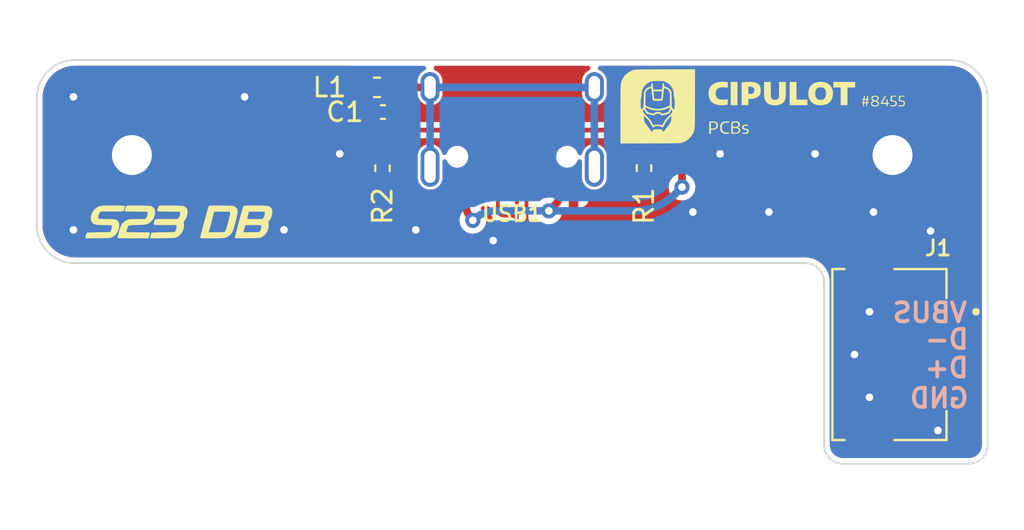
<source format=kicad_pcb>
(kicad_pcb (version 20240108) (generator "pcbnew") (generator_version "8.0")
  (title_block (title "S23 DB") (date "2024-03-03") (rev "1.0") (company "LU.SV Solutions") (comment 1 "Cipulot PCB Design") (comment 2 "Cipulot") (comment 3 "CC-BY-NC-SA-4.0"))
  (layers (0 "F.Cu" signal) (31 "B.Cu" signal) (34 "B.Paste" user) (35 "F.Paste" user) (36 "B.SilkS" user "B.Silkscreen") (37 "F.SilkS" user "F.Silkscreen") (38 "B.Mask" user) (39 "F.Mask" user) (44 "Edge.Cuts" user))
  (net 0 "")
  (net 1 "GNDPWR")
  (net 2 "GND")
  (net 3 "VBUS")
  (net 4 "D-")
  (net 5 "D+")
  (net 6 "Net-(R1-Pad2)")
  (net 7 "Net-(R2-Pad1)")
  (footprint "MountingHole:MountingHole_2.2mm_M2_ISO7380_Pad" (layer "F.Cu") (at 84.07 57.0625)
    (property "Reference" "H2" (hide yes))
    (property "Value" "MountingHole_Pad")
    (pad "1" thru_hole circle (at 0 0) (size 3.4 3.4) (drill 2.1) (layers "*.Cu" "*.Mask") (net 2 "GND"))
  )
  (footprint "LOGO" (layer "F.Cu") (at 117.25 54.5)
    (property "Reference" "G***" (hide yes))
    (property "Value" "LOGO" (hide yes))
  )
  (footprint "Resistor_SMD:R_0402_1005Metric" (layer "F.Cu") (at 97.25 57.76 -90)
    (property "Reference" "R2" (at 1.99 0 90) (layer "F.SilkS"))
    (property "Value" "5.1k")
    (pad "1" smd roundrect (at -0.51 0 270) (size 0.54 0.64) (layers "F.Cu" "F.Paste" "F.Mask") (net 7 "Net-(R2-Pad1)"))
    (pad "2" smd roundrect (at 0.51 0 270) (size 0.54 0.64) (layers "F.Cu" "F.Paste" "F.Mask") (net 2 "GND"))
  )
  (footprint "Capacitor_SMD:C_0402_1005Metric" (layer "F.Cu") (at 97.27 54.8 180)
    (property "Reference" "C1" (at 2 0 0) (layer "F.SilkS"))
    (property "Value" "100n")
    (pad "1" smd roundrect (at -0.48 0 180) (size 0.56 0.62) (layers "F.Cu" "F.Paste" "F.Mask") (net 1 "GNDPWR"))
    (pad "2" smd roundrect (at 0.48 0 180) (size 0.56 0.62) (layers "F.Cu" "F.Paste" "F.Mask") (net 2 "GND"))
  )
  (footprint "cipulot_parts:HRO-TYPE-C-31-M-12-Assembly" (layer "F.Cu") (at 104.07 50.9 180)
    (property "Reference" "USB1" (at 0 -9.25 0) (layer "F.SilkS") (effects (font (size 0.8 0.8))))
    (property "Value" "HRO-TYPE-C-31-M-12")
    (pad "" np_thru_hole circle (at -2.89 -6.25 180) (size 0.65 0.65) (drill 0.65) (layers "*.Cu" "*.Mask"))
    (pad "" np_thru_hole circle (at 2.89 -6.25 180) (size 0.65 0.65) (drill 0.65) (layers "*.Cu" "*.Mask"))
    (pad "1" smd rect (at -3.225 -7.695 180) (size 0.6 1.45) (layers "F.Cu" "F.Paste" "F.Mask") (net 2 "GND"))
    (pad "2" smd rect (at -2.45 -7.695 180) (size 0.6 1.45) (layers "F.Cu" "F.Paste" "F.Mask") (net 3 "VBUS"))
    (pad "3" smd rect (at -1.75 -7.695 180) (size 0.3 1.45) (layers "F.Cu" "F.Paste" "F.Mask"))
    (pad "4" smd rect (at -1.25 -7.695 180) (size 0.3 1.45) (layers "F.Cu" "F.Paste" "F.Mask") (net 6 "Net-(R1-Pad2)"))
    (pad "5" smd rect (at -0.75 -7.695 180) (size 0.3 1.45) (layers "F.Cu" "F.Paste" "F.Mask") (net 4 "D-"))
    (pad "6" smd rect (at -0.25 -7.695 180) (size 0.3 1.45) (layers "F.Cu" "F.Paste" "F.Mask") (net 5 "D+"))
    (pad "7" smd rect (at 0.25 -7.695 180) (size 0.3 1.45) (layers "F.Cu" "F.Paste" "F.Mask") (net 4 "D-"))
    (pad "8" smd rect (at 0.75 -7.695 180) (size 0.3 1.45) (layers "F.Cu" "F.Paste" "F.Mask") (net 5 "D+"))
    (pad "9" smd rect (at 1.25 -7.695 180) (size 0.3 1.45) (layers "F.Cu" "F.Paste" "F.Mask"))
    (pad "10" smd rect (at 1.75 -7.695 180) (size 0.3 1.45) (layers "F.Cu" "F.Paste" "F.Mask") (net 7 "Net-(R2-Pad1)"))
    (pad "11" smd rect (at 2.45 -7.695 180) (size 0.6 1.45) (layers "F.Cu" "F.Paste" "F.Mask") (net 3 "VBUS"))
    (pad "12" smd rect (at 3.225 -7.695 180) (size 0.6 1.45) (layers "F.Cu" "F.Paste" "F.Mask") (net 2 "GND"))
    (pad "13" thru_hole oval (at -4.32 -6.78 180) (size 1 2.1) (drill oval 0.6 1.7) (layers "*.Cu" "*.Mask") (net 1 "GNDPWR") (clearance 0.15))
    (pad "13" thru_hole oval (at -4.32 -2.6 180) (size 1 1.6) (drill oval 0.6 1.2) (layers "*.Cu" "*.Mask") (net 1 "GNDPWR") (clearance 0.15))
    (pad "13" thru_hole oval (at 4.32 -6.78 180) (size 1 2.1) (drill oval 0.6 1.7) (layers "*.Cu" "*.Mask") (net 1 "GNDPWR") (clearance 0.15))
    (pad "13" thru_hole oval (at 4.32 -2.6 180) (size 1 1.6) (drill oval 0.6 1.2) (layers "*.Cu" "*.Mask") (net 1 "GNDPWR") (clearance 0.15))
  )
  (footprint "LOGO" (layer "F.Cu") (at 86.57 60.5625)
    (property "Reference" "G***" (hide yes))
    (property "Value" "LOGO" (hide yes))
  )
  (footprint "Resistor_SMD:R_0402_1005Metric" (layer "F.Cu") (at 111 57.75 90)
    (property "Reference" "R1" (at -2 0 90) (layer "F.SilkS"))
    (property "Value" "5.1k")
    (pad "1" smd roundrect (at -0.51 0 90) (size 0.54 0.64) (layers "F.Cu" "F.Paste" "F.Mask") (net 2 "GND"))
    (pad "2" smd roundrect (at 0.51 0 90) (size 0.54 0.64) (layers "F.Cu" "F.Paste" "F.Mask") (net 6 "Net-(R1-Pad2)"))
  )
  (footprint "Inductor_SMD:L_0603_1608Metric" (layer "F.Cu") (at 96.9625 53.5 180)
    (property "Reference" "L1" (at 2.5 0 0) (layer "F.SilkS"))
    (property "Value" "220 @ 100MHz, 2A")
    (pad "1" smd roundrect (at -0.7875 0 180) (size 0.875 0.95) (layers "F.Cu" "F.Paste" "F.Mask") (net 1 "GNDPWR"))
    (pad "2" smd roundrect (at 0.7875 0 180) (size 0.875 0.95) (layers "F.Cu" "F.Paste" "F.Mask") (net 2 "GND"))
  )
  (footprint "MountingHole:MountingHole_2.2mm_M2_ISO7380_Pad" (layer "F.Cu") (at 124.07 57.0625)
    (property "Reference" "H1" (hide yes))
    (property "Value" "MountingHole_Pad")
    (pad "1" thru_hole circle (at 0 0) (size 3.4 3.4) (drill 2.1) (layers "*.Cu" "*.Mask") (net 2 "GND"))
  )
  (footprint "cipulot_parts:JST_S4B-ZR-SM4A-TF(LF)(SN)" (layer "F.Cu") (at 126.4575 67.5625 -90)
    (property "Reference" "J1" (at -5.6 -0.0125 0) (layer "F.SilkS") (effects (font (size 0.8 0.8))))
    (property "Value" "JST")
    (pad "1" smd rect (at -2.25 0) (size 2.5 0.7) (layers "F.Cu" "F.Paste" "F.Mask") (net 3 "VBUS"))
    (pad "2" smd rect (at -0.75 0) (size 2.5 0.7) (layers "F.Cu" "F.Paste" "F.Mask") (net 4 "D-"))
    (pad "3" smd rect (at 0.75 0) (size 2.5 0.7) (layers "F.Cu" "F.Paste" "F.Mask") (net 5 "D+"))
    (pad "4" smd rect (at 2.25 0) (size 2.5 0.7) (layers "F.Cu" "F.Paste" "F.Mask") (net 2 "GND"))
    (pad "S1" smd rect (at -4.2 3.6) (size 1.9 1.1) (layers "F.Cu" "F.Paste" "F.Mask") (net 2 "GND"))
    (pad "S2" smd rect (at 4.2 3.6) (size 1.9 1.1) (layers "F.Cu" "F.Paste" "F.Mask") (net 2 "GND"))
  )
  (gr_line (start 119.47 62.75) (end 81.07 62.75) (stroke (width 0.1)) (layer "Edge.Cuts"))
  (gr_arc (start 129.07 72.3125) (mid 128.777107 73.019607) (end 128.07 73.3125) (stroke (width 0.1)) (layer "Edge.Cuts"))
  (gr_arc (start 119.47 62.75) (mid 120.177107 63.042893) (end 120.47 63.75) (stroke (width 0.1)) (layer "Edge.Cuts"))
  (gr_line (start 128.07 73.3125) (end 121.47 73.3125) (stroke (width 0.1)) (layer "Edge.Cuts"))
  (gr_arc (start 127.07 52.0625) (mid 128.484214 52.648286) (end 129.07 54.0625) (stroke (width 0.1)) (layer "Edge.Cuts"))
  (gr_arc (start 79.07 54.0625) (mid 79.655786 52.648286) (end 81.07 52.0625) (stroke (width 0.1)) (layer "Edge.Cuts"))
  (gr_arc (start 121.47 73.3125) (mid 120.762893 73.019607) (end 120.47 72.3125) (stroke (width 0.1)) (layer "Edge.Cuts"))
  (gr_line (start 129.07 54.0625) (end 129.07 72.3125) (stroke (width 0.1)) (layer "Edge.Cuts"))
  (gr_line (start 79.07 54.0625) (end 79.07 60.75) (stroke (width 0.1)) (layer "Edge.Cuts"))
  (gr_line (start 81.07 52.0625) (end 127.07 52.0625) (stroke (width 0.1)) (layer "Edge.Cuts"))
  (gr_line (start 120.47 72.3125) (end 120.47 63.75) (stroke (width 0.1)) (layer "Edge.Cuts"))
  (gr_arc (start 81.07 62.75) (mid 79.655786 62.164214) (end 79.07 60.75) (stroke (width 0.1)) (layer "Edge.Cuts"))
  (gr_text "D-" (at 125.67 66.7625 0) (layer "B.SilkS") (effects (font (size 1 1) (thickness 0.2)) (justify right mirror)))
  (gr_text "VBUS" (at 123.97 65.3625 0) (layer "B.SilkS") (effects (font (size 1 1) (thickness 0.2)) (justify right mirror)))
  (gr_text "GND" (at 124.87 69.8625 0) (layer "B.SilkS") (effects (font (size 1 1) (thickness 0.2)) (justify right mirror)))
  (gr_text "D+" (at 125.67 68.2625 0) (layer "B.SilkS") (effects (font (size 1 1) (thickness 0.2)) (justify right mirror)))
  (segment (start 97.75 53.5) (end 99.75 53.5) (width 0.4) (layer "F.Cu") (net 1))
  (segment (start 97.75 53.5) (end 97.75 54.8) (width 0.4) (layer "F.Cu") (net 1))
  (segment (start 99.75 57.68) (end 99.75 53.5) (width 0.4) (layer "B.Cu") (net 1))
  (segment (start 108.39 57.68) (end 108.39 53.5) (width 0.4) (layer "B.Cu") (net 1))
  (segment (start 99.75 53.5) (end 108.39 53.5) (width 0.4) (layer "B.Cu") (net 1))
  (via (at 122.8575 69.8125) (size 0.8) (drill 0.4) (layers "F.Cu" "B.Cu") (net 2))
  (via (at 117.57 60.0625) (size 0.8) (drill 0.4) (layers "F.Cu" "B.Cu") (net 2))
  (via (at 113.57 60.0625) (size 0.8) (drill 0.4) (layers "F.Cu" "B.Cu") (net 2))
  (via (at 90 54) (size 0.8) (drill 0.4) (layers "F.Cu" "B.Cu") (net 2))
  (via (at 115 57) (size 0.8) (drill 0.4) (layers "F.Cu" "B.Cu") (net 2))
  (via (at 123.07 60.0625) (size 0.8) (drill 0.4) (layers "F.Cu" "B.Cu") (net 2))
  (via (at 126.4575 71.5625) (size 0.8) (drill 0.4) (layers "F.Cu" "B.Cu") (net 2))
  (via (at 99 61) (size 0.8) (drill 0.4) (layers "F.Cu" "B.Cu") (net 2))
  (via (at 120 57) (size 0.8) (drill 0.4) (layers "F.Cu" "B.Cu") (net 2))
  (via (at 103.07 61.5625) (size 0.8) (drill 0.4) (layers "F.Cu" "B.Cu") (net 2))
  (via (at 92.07 61) (size 0.8) (drill 0.4) (layers "F.Cu" "B.Cu") (net 2))
  (via (at 95 57) (size 0.8) (drill 0.4) (layers "F.Cu" "B.Cu") (net 2))
  (via (at 81 61) (size 0.8) (drill 0.4) (layers "F.Cu" "B.Cu") (net 2))
  (via (at 122.8575 65.3125) (size 0.8) (drill 0.4) (layers "F.Cu" "B.Cu") (net 2))
  (via (at 126.07 61.0625) (size 0.8) (drill 0.4) (layers "F.Cu" "B.Cu") (net 2))
  (via (at 81 54) (size 0.8) (drill 0.4) (layers "F.Cu" "B.Cu") (net 2))
  (via (at 122.07 67.5625) (size 0.8) (drill 0.4) (layers "F.Cu" "B.Cu") (net 2))
  (segment (start 106.52 59.297485) (end 106.52 58.595) (width 0.4) (layer "F.Cu") (net 3))
  (segment (start 126.750393 63.582107) (end 127.207107 63.125393) (width 0.4) (layer "F.Cu") (net 3))
  (segment (start 106 60) (end 106.390943 59.609057) (width 0.4) (layer "F.Cu") (net 3))
  (segment (start 101.62 59.582599) (end 101.62 58.595) (width 0.4) (layer "F.Cu") (net 3))
  (segment (start 127.5 55.75) (end 127.5 62.418286) (width 0.4) (layer "F.Cu") (net 3))
  (segment (start 126.4575 65.3125) (end 126.4575 64.289214) (width 0.4) (layer "F.Cu") (net 3))
  (segment (start 115 53.75) (end 125.5 53.75) (width 0.4) (layer "F.Cu") (net 3))
  (segment (start 113 58.75) (end 113 55.75) (width 0.4) (layer "F.Cu") (net 3))
  (via (at 113 58.75) (size 0.8) (drill 0.4) (layers "F.Cu" "B.Cu") (net 3))
  (via (at 102 60.5) (size 0.8) (drill 0.4) (layers "F.Cu" "B.Cu") (net 3))
  (via (at 106 60) (size 0.8) (drill 0.4) (layers "F.Cu" "B.Cu") (net 3))
  (arc (start 126.4575 64.289214) (mid 126.53362 63.906531) (end 126.750393 63.582107) (width 0.4) (layer "F.Cu") (net 3))
  (arc (start 106.390943 59.609057) (mid 106.486459 59.466107) (end 106.52 59.297485) (width 0.4) (layer "F.Cu") (net 3))
  (arc (start 127.5 62.418286) (mid 127.42388 62.800969) (end 127.207107 63.125393) (width 0.4) (layer "F.Cu") (net 3))
  (arc (start 113 55.75) (mid 113.585786 54.335786) (end 115 53.75) (width 0.4) (layer "F.Cu") (net 3))
  (arc (start 125.5 53.75) (mid 126.914214 54.335786) (end 127.5 55.75) (width 0.4) (layer "F.Cu") (net 3))
  (arc (start 102 60.5) (mid 101.718758 60.079093) (end 101.62 59.582599) (width 0.4) (layer "F.Cu") (net 3))
  (segment (start 103.207106 60) (end 106 60) (width 0.4) (layer "B.Cu") (net 3))
  (segment (start 106 60) (end 110.507359 60) (width 0.4) (layer "B.Cu") (net 3))
  (segment (start 112.62868 59.12132) (end 113 58.75) (width 0.4) (layer "B.Cu") (net 3))
  (arc (start 110.507359 60) (mid 111.655407 59.771625) (end 112.62868 59.12132) (width 0.4) (layer "B.Cu") (net 3))
  (arc (start 102 60.5) (mid 102.553825 60.129946) (end 103.207106 60) (width 0.4) (layer "B.Cu") (net 3))
  (segment (start 124.83066 64.49504) (end 124.612893 64.712807) (width 0.2) (layer "F.Cu") (net 4))
  (segment (start 124.82 66.8125) (end 126.4575 66.8125) (width 0.2) (layer "F.Cu") (net 4))
  (segment (start 124.32 65.419914) (end 124.32 66.3125) (width 0.2) (layer "F.Cu") (net 4))
  (segment (start 103.82 58.595) (end 103.82 57.3) (width 0.2) (layer "F.Cu") (net 4))
  (segment (start 104.82 57.3) (end 104.82 58.595) (width 0.2) (layer "F.Cu") (net 4))
  (segment (start 104.966446 60.716446) (end 105.378553 61.128553) (width 0.2) (layer "F.Cu") (net 4))
  (segment (start 104.82 58.595) (end 104.82 60.362893) (width 0.2) (layer "F.Cu") (net 4))
  (segment (start 125.27 62.275) (end 125.27 63.43438) (width 0.2) (layer "F.Cu") (net 4))
  (segment (start 105.732107 61.275) (end 124.27 61.275) (width 0.2) (layer "F.Cu") (net 4))
  (segment (start 104.12 57) (end 104.52 57) (width 0.2) (layer "F.Cu") (net 4))
  (arc (start 124.32 66.3125) (mid 124.466447 66.666053) (end 124.82 66.8125) (width 0.2) (layer "F.Cu") (net 4))
  (arc (start 105.378553 61.128553) (mid 105.540765 61.23694) (end 105.732107 61.275) (width 0.2) (layer "F.Cu") (net 4))
  (arc (start 104.82 60.362893) (mid 104.85806 60.554234) (end 104.966446 60.716446) (width 0.2) (layer "F.Cu") (net 4))
  (arc (start 104.52 57) (mid 104.732132 57.087868) (end 104.82 57.3) (width 0.2) (layer "F.Cu") (net 4))
  (arc (start 124.27 61.275) (mid 124.977107 61.567893) (end 125.27 62.275) (width 0.2) (layer "F.Cu") (net 4))
  (arc (start 125.27 63.43438) (mid 125.155819 64.008405) (end 124.83066 64.49504) (width 0.2) (layer "F.Cu") (net 4))
  (arc (start 104.12 57) (mid 103.907868 57.087868) (end 103.82 57.3) (width 0.2) (layer "F.Cu") (net 4))
  (arc (start 124.32 65.419914) (mid 124.39612 65.037231) (end 124.612893 64.712807) (width 0.2) (layer "F.Cu") (net 4))
  (segment (start 103.62 60.25) (end 104.02 60.25) (width 0.2) (layer "F.Cu") (net 5))
  (segment (start 104.32 58.595) (end 104.32 60.612893) (width 0.2) (layer "F.Cu") (net 5))
  (segment (start 104.466446 60.966446) (end 105.078553 61.578553) (width 0.2) (layer "F.Cu") (net 5))
  (segment (start 124.82 62.225) (end 124.82 63.455086) (width 0.2) (layer "F.Cu") (net 5))
  (segment (start 103.32 58.595) (end 103.32 59.95) (width 0.2) (layer "F.Cu") (net 5))
  (segment (start 104.32 60.55) (end 104.32 60.612893) (width 0.2) (layer "F.Cu") (net 5))
  (segment (start 123.82 65.49062) (end 123.82 67.5625) (width 0.2) (layer "F.Cu") (net 5))
  (segment (start 124.527107 64.162193) (end 124.25934 64.42996) (width 0.2) (layer "F.Cu") (net 5))
  (segment (start 105.432107 61.725) (end 124.32 61.725) (width 0.2) (layer "F.Cu") (net 5))
  (segment (start 124.57 68.3125) (end 126.4575 68.3125) (width 0.2) (layer "F.Cu") (net 5))
  (arc (start 124.32 61.725) (mid 124.673553 61.871447) (end 124.82 62.225) (width 0.2) (layer "F.Cu") (net 5))
  (arc (start 105.078553 61.578553) (mid 105.240765 61.68694) (end 105.432107 61.725) (width 0.2) (layer "F.Cu") (net 5))
  (arc (start 124.57 68.3125) (mid 124.03967 68.09283) (end 123.82 67.5625) (width 0.2) (layer "F.Cu") (net 5))
  (arc (start 104.02 60.25) (mid 104.232132 60.337868) (end 104.32 60.55) (width 0.2) (layer "F.Cu") (net 5))
  (arc (start 103.62 60.25) (mid 103.407868 60.162132) (end 103.32 59.95) (width 0.2) (layer "F.Cu") (net 5))
  (arc (start 123.82 65.49062) (mid 123.934181 64.916595) (end 124.25934 64.42996) (width 0.2) (layer "F.Cu") (net 5))
  (arc (start 124.82 63.455086) (mid 124.74388 63.837769) (end 124.527107 64.162193) (width 0.2) (layer "F.Cu") (net 5))
  (arc (start 104.32 60.612893) (mid 104.35806 60.804234) (end 104.466446 60.966446) (width 0.2) (layer "F.Cu") (net 5))
  (segment (start 106.32 55.75) (end 109.095786 55.75) (width 0.25) (layer "F.Cu") (net 6))
  (segment (start 109.802893 56.042893) (end 111 57.24) (width 0.25) (layer "F.Cu") (net 6))
  (segment (start 105.32 58.595) (end 105.32 56.75) (width 0.25) (layer "F.Cu") (net 6))
  (arc (start 109.802893 56.042893) (mid 109.47847 55.82612) (end 109.095786 55.75) (width 0.25) (layer "F.Cu") (net 6))
  (arc (start 105.32 56.75) (mid 105.612893 56.042893) (end 106.32 55.75) (width 0.25) (layer "F.Cu") (net 6))
  (segment (start 99.164214 55.75) (end 101.32 55.75) (width 0.25) (layer "F.Cu") (net 7))
  (segment (start 97.25 57.25) (end 98.457107 56.042893) (width 0.25) (layer "F.Cu") (net 7))
  (segment (start 102.32 56.75) (end 102.32 58.595) (width 0.25) (layer "F.Cu") (net 7))
  (arc (start 99.164214 55.75) (mid 98.781531 55.82612) (end 98.457107 56.042893) (width 0.25) (layer "F.Cu") (net 7))
  (arc (start 101.32 55.75) (mid 102.027107 56.042893) (end 102.32 56.75) (width 0.25) (layer "F.Cu") (net 7))
  (zone (net 0) (net_name "") (layer "F.Cu") (connect_pads (clearance 0)) (min_thickness 0.254)
    (keepout (tracks allowed) (vias allowed) (pads allowed) (copperpour not_allowed) (footprints allowed))
    (fill (thermal_gap 0.508) (thermal_bridge_width 0.508))
    (polygon (pts (xy 107.003254 59.75) (xy 101.753254 59.75) (xy 101.753254 59.25) (xy 107.003254 59.25)))
  )
  (zone (net 0) (net_name "") (layer "F.Cu") (connect_pads (clearance 0)) (min_thickness 0.254)
    (keepout (tracks allowed) (vias allowed) (pads allowed) (copperpour not_allowed) (footprints allowed))
    (fill (thermal_gap 0.508) (thermal_bridge_width 0.508))
    (polygon (pts (xy 106.75 58) (xy 101.5 58) (xy 101.5 56.75) (xy 106.75 56.75)))
  )
  (zone (net 2) (net_name "GND") (layers "F&B.Cu") (name "GND") (connect_pads (clearance 0.3)) (min_thickness 0.254) (fill yes (thermal_gap 0.508) (thermal_bridge_width 0.508))
    (polygon (pts (xy 129.57 73.5625) (xy 119.82 73.5625) (xy 119.82 63.0625) (xy 78.57 63.0625) (xy 78.57 51.5625) (xy 129.57 51.5625)))
  )
)
</source>
